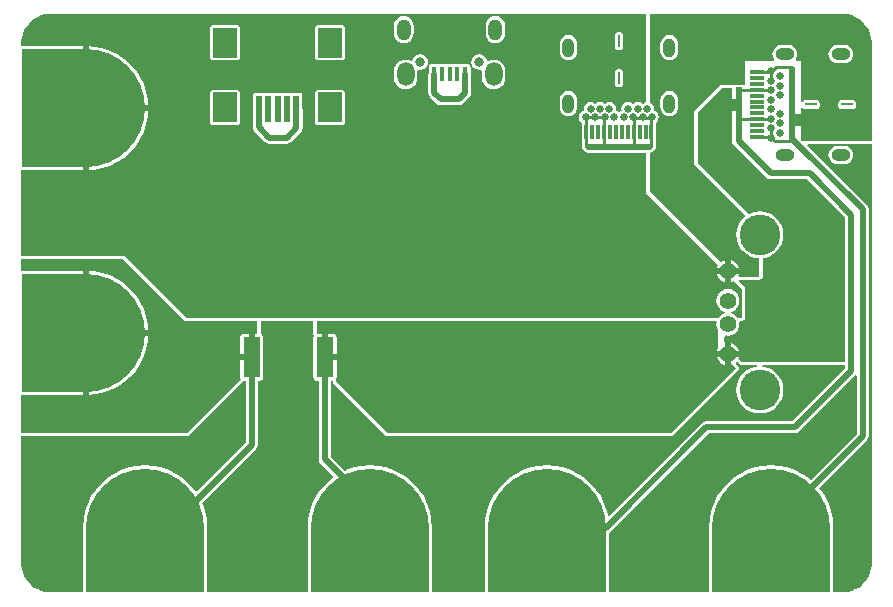
<source format=gtl>
G04 Layer_Physical_Order=1*
G04 Layer_Color=255*
%FSLAX25Y25*%
%MOIN*%
G70*
G01*
G75*
%ADD10R,0.05709X0.13583*%
%ADD11R,0.01181X0.04724*%
%ADD12R,0.00787X0.03937*%
%ADD13R,0.01772X0.05118*%
%ADD14R,0.01968X0.08858*%
%ADD15R,0.07874X0.09842*%
%ADD16R,0.04724X0.01181*%
%ADD17R,0.03937X0.00787*%
%ADD18C,0.01000*%
%ADD19C,0.01968*%
%ADD20C,0.02000*%
%ADD21C,0.03937*%
%ADD22R,0.01968X0.10551*%
%ADD23R,0.01968X0.24606*%
%ADD24R,0.39370X0.21654*%
%ADD25R,0.39370X0.21654*%
%ADD26R,0.39370X0.21654*%
%ADD27R,0.21654X0.39370*%
%ADD28C,0.05591*%
%ADD29C,0.13583*%
%ADD30C,0.39370*%
%ADD31C,0.02559*%
%ADD32O,0.03937X0.06299*%
%ADD33C,0.03150*%
%ADD34O,0.04528X0.07087*%
%ADD35O,0.05709X0.07874*%
%ADD36O,0.06299X0.03937*%
G36*
X216535Y154528D02*
X215551Y153543D01*
X194882D01*
X193898Y154528D01*
Y155512D01*
X216535D01*
Y154528D01*
D02*
G37*
G36*
X60303Y96720D02*
X60633Y96499D01*
X61024Y96421D01*
X84646D01*
Y92185D01*
X83740D01*
Y84374D01*
X82740D01*
Y83374D01*
X78866D01*
Y77583D01*
X78944Y77192D01*
X79031Y77062D01*
X61024Y59055D01*
X5944D01*
Y71815D01*
X26559D01*
Y92520D01*
Y113224D01*
X5944D01*
Y117091D01*
X39932D01*
X60303Y96720D01*
D02*
G37*
G36*
X281444Y198613D02*
X282686Y198280D01*
X283873Y197788D01*
X284986Y197146D01*
X286006Y196363D01*
X286914Y195455D01*
X287697Y194435D01*
X288339Y193322D01*
X288831Y192134D01*
X289164Y190893D01*
X289332Y189619D01*
Y188976D01*
Y156496D01*
X265748D01*
Y167492D01*
X266248Y167644D01*
X266366Y167468D01*
X266696Y167247D01*
X267087Y167169D01*
X271024D01*
X271414Y167247D01*
X271745Y167468D01*
X271966Y167799D01*
X272043Y168189D01*
Y168976D01*
X271966Y169367D01*
X271745Y169697D01*
X271414Y169918D01*
X271024Y169996D01*
X267087D01*
X266696Y169918D01*
X266366Y169697D01*
X266248Y169521D01*
X265748Y169673D01*
Y183071D01*
X264243D01*
X263997Y183571D01*
X264247Y183897D01*
X264546Y184619D01*
X264648Y185394D01*
X264546Y186169D01*
X264247Y186891D01*
X263771Y187511D01*
X263151Y187987D01*
X262428Y188286D01*
X261653Y188388D01*
X259291D01*
X258516Y188286D01*
X257794Y187987D01*
X257174Y187511D01*
X256698Y186891D01*
X256399Y186169D01*
X256297Y185394D01*
X256399Y184619D01*
X256698Y183897D01*
X256948Y183571D01*
X256702Y183071D01*
X247047D01*
Y175197D01*
X246241D01*
X246063Y175232D01*
X244094D01*
X243917Y175197D01*
X239173D01*
X230315Y166339D01*
Y148622D01*
X247229Y131708D01*
X247204Y131209D01*
X246562Y130682D01*
X245589Y129495D01*
X244865Y128142D01*
X244420Y126673D01*
X244269Y125146D01*
X244420Y123618D01*
X244865Y122150D01*
X245589Y120796D01*
X246562Y119610D01*
X247749Y118636D01*
X249102Y117913D01*
X250571Y117467D01*
X251969Y117329D01*
Y111221D01*
X245226Y111221D01*
X244948Y111636D01*
X245123Y112059D01*
X242429D01*
Y109365D01*
X243343Y109744D01*
X243490Y109856D01*
X246133Y107213D01*
X246063Y97441D01*
X244603D01*
X244136Y98049D01*
X243343Y98658D01*
X242466Y99021D01*
X242420Y99149D01*
Y99410D01*
X242466Y99538D01*
X243343Y99901D01*
X244136Y100510D01*
X244744Y101303D01*
X245127Y102226D01*
X245257Y103217D01*
X245127Y104207D01*
X244744Y105131D01*
X244136Y105923D01*
X243343Y106532D01*
X242420Y106914D01*
X241429Y107045D01*
X240438Y106914D01*
X239515Y106532D01*
X238722Y105923D01*
X238114Y105131D01*
X237732Y104207D01*
X237601Y103217D01*
X237732Y102226D01*
X238114Y101303D01*
X238722Y100510D01*
X239515Y99901D01*
X240392Y99538D01*
X240438Y99410D01*
Y99149D01*
X240392Y99021D01*
X239515Y98658D01*
X238722Y98049D01*
X238256Y97441D01*
X61024D01*
X40354Y118110D01*
X5944D01*
Y146618D01*
X26559D01*
Y167323D01*
Y188028D01*
X5944D01*
Y188976D01*
X5944Y189619D01*
X6112Y190893D01*
X6444Y192134D01*
X6936Y193322D01*
X7579Y194435D01*
X8361Y195455D01*
X9270Y196363D01*
X10289Y197146D01*
X11402Y197788D01*
X12590Y198280D01*
X13831Y198613D01*
X15105Y198780D01*
X214154D01*
X214154Y169374D01*
X213685Y169281D01*
X213000Y168823D01*
X212315Y169281D01*
X211425Y169458D01*
X210536Y169281D01*
X209850Y168823D01*
X209165Y169281D01*
X208276Y169458D01*
X207386Y169281D01*
X206632Y168777D01*
X206128Y168023D01*
X205951Y167134D01*
X206063Y166575D01*
X205811Y166525D01*
X205126Y166067D01*
X204441Y166525D01*
X204189Y166575D01*
X204301Y167134D01*
X204124Y168023D01*
X203620Y168777D01*
X202866Y169281D01*
X201976Y169458D01*
X201087Y169281D01*
X200402Y168823D01*
X199716Y169281D01*
X198827Y169458D01*
X197937Y169281D01*
X197252Y168823D01*
X196567Y169281D01*
X195677Y169458D01*
X194788Y169281D01*
X194034Y168777D01*
X193530Y168023D01*
X193353Y167134D01*
X193464Y166575D01*
X193213Y166525D01*
X192459Y166021D01*
X191955Y165267D01*
X191778Y164378D01*
X191955Y163488D01*
X192459Y162734D01*
X192770Y162527D01*
Y162214D01*
X192767Y162209D01*
X192689Y161819D01*
Y157095D01*
X192767Y156704D01*
X192770Y156700D01*
Y155110D01*
X192878Y154566D01*
Y154528D01*
X192956Y154137D01*
X193177Y153807D01*
X194161Y152822D01*
X194492Y152601D01*
X194882Y152524D01*
X214154D01*
Y139193D01*
X238227Y115120D01*
X238114Y114973D01*
X237735Y114059D01*
X240429D01*
Y116753D01*
X239515Y116374D01*
X239079Y116039D01*
X215354Y139764D01*
Y152524D01*
X215551D01*
X215941Y152601D01*
X216272Y152822D01*
X217256Y153807D01*
X217477Y154137D01*
X217555Y154528D01*
Y155512D01*
X217482Y155878D01*
Y156700D01*
X217485Y156704D01*
X217563Y157095D01*
Y161819D01*
X217485Y162209D01*
X217482Y162214D01*
Y162527D01*
X217793Y162734D01*
X218297Y163488D01*
X218474Y164378D01*
X218297Y165267D01*
X217793Y166021D01*
X217039Y166525D01*
X216788Y166575D01*
X216899Y167134D01*
X216722Y168023D01*
X216218Y168777D01*
X215464Y169281D01*
X215354Y169303D01*
X215354Y198780D01*
X280170D01*
X281444Y198613D01*
D02*
G37*
G36*
X242913Y155512D02*
X254724Y143701D01*
X267717Y143701D01*
X280512Y130905D01*
X280512Y82677D01*
X246063Y82677D01*
X244864Y83876D01*
X245123Y84500D01*
X242429D01*
Y81806D01*
X242831Y81972D01*
X244094Y80709D01*
X222441Y59055D01*
X127953D01*
X110738Y76269D01*
X110725Y76862D01*
X110946Y77192D01*
X111023Y77583D01*
Y83374D01*
X107150D01*
Y84374D01*
X106150D01*
Y92185D01*
X104331D01*
Y96421D01*
X237249D01*
X237677Y95921D01*
X237601Y95342D01*
X237732Y94352D01*
X238114Y93428D01*
X238189Y93331D01*
Y87512D01*
X238114Y87414D01*
X237735Y86500D01*
X240429D01*
Y89402D01*
X240179Y89581D01*
X240214Y91241D01*
X240722Y91608D01*
X241429Y91514D01*
X242420Y91645D01*
X243343Y92027D01*
X244136Y92636D01*
X244744Y93428D01*
X245127Y94352D01*
X245257Y95342D01*
X245181Y95921D01*
X245609Y96421D01*
X246063D01*
X246255Y96460D01*
X246446Y96496D01*
X246449Y96498D01*
X246453Y96499D01*
X246616Y96607D01*
X246779Y96715D01*
X246781Y96718D01*
X246784Y96720D01*
X246893Y96883D01*
X247002Y97044D01*
X247003Y97048D01*
X247005Y97051D01*
X247043Y97243D01*
X247082Y97434D01*
X247153Y107206D01*
X247152Y107209D01*
X247153Y107213D01*
X247115Y107405D01*
X247078Y107596D01*
X247076Y107599D01*
X247076Y107603D01*
X246967Y107765D01*
X246860Y107929D01*
X246856Y107931D01*
X246854Y107934D01*
X245068Y109721D01*
X245070Y109736D01*
X245171Y110037D01*
X245295Y110201D01*
X251969Y110201D01*
X252359Y110278D01*
X252690Y110500D01*
X252910Y110830D01*
X252988Y111221D01*
Y117329D01*
X253048Y117410D01*
X253626Y117467D01*
X255095Y117913D01*
X256448Y118636D01*
X257634Y119610D01*
X258608Y120796D01*
X259331Y122150D01*
X259777Y123618D01*
X259928Y125146D01*
X259777Y126673D01*
X259331Y128142D01*
X258608Y129495D01*
X257634Y130682D01*
X256448Y131655D01*
X255095Y132379D01*
X253626Y132824D01*
X252098Y132975D01*
X250571Y132824D01*
X249102Y132379D01*
X248661Y132143D01*
X248171Y132098D01*
X248074Y132243D01*
X247985Y132393D01*
X247964Y132408D01*
X247950Y132429D01*
X231334Y149044D01*
Y165916D01*
X239596Y174177D01*
X242913D01*
X242913Y155512D01*
D02*
G37*
G36*
X245342Y81956D02*
X245673Y81735D01*
X246063Y81658D01*
X251212D01*
X251237Y81158D01*
X250571Y81092D01*
X249102Y80647D01*
X247749Y79923D01*
X246562Y78949D01*
X245589Y77763D01*
X244865Y76409D01*
X244420Y74941D01*
X244269Y73413D01*
X244420Y71886D01*
X244865Y70417D01*
X245589Y69064D01*
X246562Y67877D01*
X247749Y66904D01*
X249102Y66180D01*
X250571Y65735D01*
X252098Y65584D01*
X253626Y65735D01*
X255095Y66180D01*
X256448Y66904D01*
X257634Y67877D01*
X258608Y69064D01*
X259331Y70417D01*
X259777Y71886D01*
X259928Y73413D01*
X259777Y74941D01*
X259331Y76409D01*
X258608Y77763D01*
X257634Y78949D01*
X256448Y79923D01*
X255095Y80647D01*
X253626Y81092D01*
X252960Y81158D01*
X252984Y81658D01*
X280457Y81658D01*
Y80562D01*
X262942Y63047D01*
X234252D01*
X233478Y62893D01*
X232821Y62454D01*
X201860Y31493D01*
X201381Y31638D01*
X201126Y32924D01*
X200254Y35492D01*
X199055Y37924D01*
X197548Y40178D01*
X195760Y42217D01*
X193722Y44005D01*
X191467Y45511D01*
X189035Y46711D01*
X186468Y47582D01*
X183808Y48111D01*
X181102Y48289D01*
X178397Y48111D01*
X175737Y47582D01*
X173170Y46711D01*
X170738Y45511D01*
X168483Y44005D01*
X166445Y42217D01*
X164657Y40178D01*
X163150Y37924D01*
X161951Y35492D01*
X161079Y32924D01*
X160550Y30265D01*
X160373Y27559D01*
X160398Y27181D01*
Y5944D01*
X142752D01*
Y27181D01*
X142777Y27559D01*
X142599Y30265D01*
X142070Y32924D01*
X141199Y35492D01*
X139999Y37924D01*
X138493Y40178D01*
X136705Y42217D01*
X134667Y44005D01*
X132412Y45511D01*
X129980Y46711D01*
X127412Y47582D01*
X124753Y48111D01*
X122047Y48289D01*
X119342Y48111D01*
X116682Y47582D01*
X114114Y46711D01*
X113791Y46551D01*
X109173Y51169D01*
Y76563D01*
X109712D01*
X109719Y76246D01*
X109760Y76063D01*
X109797Y75879D01*
X109803Y75869D01*
X109806Y75858D01*
X109913Y75704D01*
X110018Y75548D01*
X127232Y58334D01*
X127563Y58113D01*
X127953Y58035D01*
X222441D01*
X222831Y58113D01*
X223162Y58334D01*
X244815Y79988D01*
X245037Y80318D01*
X245114Y80709D01*
X245037Y81099D01*
X244815Y81430D01*
X244050Y82195D01*
X244126Y82683D01*
X244520Y82778D01*
X245342Y81956D01*
D02*
G37*
G36*
X289332Y15748D02*
Y15105D01*
X289164Y13831D01*
X288831Y12590D01*
X288339Y11402D01*
X287697Y10289D01*
X286914Y9270D01*
X286006Y8361D01*
X284986Y7579D01*
X283873Y6936D01*
X282686Y6444D01*
X281444Y6112D01*
X280170Y5944D01*
X279528Y5944D01*
X276610D01*
Y27181D01*
X276635Y27559D01*
X276458Y30265D01*
X275929Y32924D01*
X275057Y35492D01*
X273858Y37924D01*
X272351Y40178D01*
X271900Y40693D01*
X287848Y56640D01*
X288286Y57297D01*
X288440Y58071D01*
Y133591D01*
X288286Y134365D01*
X287848Y135021D01*
X267854Y155015D01*
X268046Y155476D01*
X289332D01*
Y15748D01*
D02*
G37*
G36*
X103311Y92185D02*
X103389Y91795D01*
X103451Y91702D01*
X103353Y91556D01*
X103276Y91165D01*
Y77583D01*
X103353Y77192D01*
X103574Y76862D01*
X103905Y76641D01*
X104295Y76563D01*
X105127D01*
Y50331D01*
X105280Y49556D01*
X105719Y48900D01*
X109861Y44759D01*
X109811Y44261D01*
X109428Y44005D01*
X107389Y42217D01*
X105602Y40178D01*
X104095Y37924D01*
X102896Y35492D01*
X102024Y32924D01*
X101495Y30265D01*
X101318Y27559D01*
X101343Y27180D01*
Y5944D01*
X67949D01*
Y27181D01*
X67974Y27559D01*
X67796Y30265D01*
X67267Y32924D01*
X66396Y35492D01*
X66236Y35816D01*
X84171Y53750D01*
X84609Y54407D01*
X84763Y55181D01*
Y76563D01*
X85594D01*
X85985Y76641D01*
X86315Y76862D01*
X86537Y77192D01*
X86614Y77583D01*
Y91165D01*
X86537Y91556D01*
X86315Y91886D01*
X85985Y92107D01*
X85663Y92171D01*
X85665Y92185D01*
Y96421D01*
X103311D01*
Y92185D01*
D02*
G37*
G36*
X283966Y78274D02*
X284394Y78117D01*
Y58909D01*
X269039Y43554D01*
X268525Y44005D01*
X266270Y45511D01*
X263838Y46711D01*
X261271Y47582D01*
X258611Y48111D01*
X255906Y48289D01*
X253200Y48111D01*
X250540Y47582D01*
X247973Y46711D01*
X245541Y45511D01*
X243286Y44005D01*
X241248Y42217D01*
X239460Y40178D01*
X237953Y37924D01*
X236754Y35492D01*
X235882Y32924D01*
X235353Y30265D01*
X235176Y27559D01*
X235201Y27181D01*
Y5944D01*
X201807D01*
Y25854D01*
X202218Y26129D01*
X235090Y59000D01*
X263779D01*
X264554Y59154D01*
X265210Y59593D01*
X283894Y78277D01*
X283966Y78274D01*
D02*
G37*
G36*
X80717Y56019D02*
X64444Y39746D01*
X63946Y39795D01*
X63690Y40178D01*
X61902Y42217D01*
X59863Y44005D01*
X57609Y45511D01*
X55177Y46711D01*
X52609Y47582D01*
X49950Y48111D01*
X47244Y48289D01*
X44538Y48111D01*
X41879Y47582D01*
X39311Y46711D01*
X36879Y45511D01*
X34625Y44005D01*
X32586Y42217D01*
X30798Y40178D01*
X29292Y37924D01*
X28093Y35492D01*
X27221Y32924D01*
X26692Y30265D01*
X26515Y27559D01*
X26539Y27181D01*
Y5944D01*
X15105D01*
X13831Y6112D01*
X12590Y6444D01*
X11403Y6936D01*
X10289Y7579D01*
X9270Y8361D01*
X8361Y9270D01*
X7579Y10289D01*
X6936Y11402D01*
X6444Y12590D01*
X6112Y13831D01*
X5944Y15105D01*
Y15748D01*
Y58035D01*
X61024D01*
X61414Y58113D01*
X61745Y58334D01*
X79752Y76341D01*
X79808Y76425D01*
X79879Y76496D01*
X79906Y76563D01*
X80717D01*
Y56019D01*
D02*
G37*
%LPC*%
G36*
X81740Y92185D02*
X79886D01*
X79496Y92107D01*
X79165Y91886D01*
X78944Y91556D01*
X78866Y91165D01*
Y85374D01*
X81740D01*
Y92185D01*
D02*
G37*
G36*
X48223Y91520D02*
X28559D01*
Y71856D01*
X30265Y71968D01*
X32924Y72497D01*
X35492Y73368D01*
X37924Y74568D01*
X40178Y76074D01*
X42217Y77862D01*
X44005Y79900D01*
X45511Y82155D01*
X46711Y84587D01*
X47582Y87155D01*
X48111Y89814D01*
X48223Y91520D01*
D02*
G37*
G36*
X28559Y113184D02*
Y93520D01*
X48223D01*
X48111Y95225D01*
X47582Y97885D01*
X46711Y100452D01*
X45511Y102884D01*
X44005Y105139D01*
X42217Y107178D01*
X40178Y108965D01*
X37924Y110472D01*
X35492Y111671D01*
X32924Y112543D01*
X30265Y113072D01*
X28559Y113184D01*
D02*
G37*
G36*
X240429Y112059D02*
X237735D01*
X238114Y111145D01*
X238722Y110352D01*
X239515Y109744D01*
X240429Y109365D01*
Y112059D01*
D02*
G37*
G36*
X48223Y166323D02*
X28559D01*
Y146659D01*
X30265Y146771D01*
X32924Y147300D01*
X35492Y148171D01*
X37924Y149371D01*
X40178Y150877D01*
X42217Y152665D01*
X44005Y154704D01*
X45511Y156958D01*
X46711Y159390D01*
X47582Y161958D01*
X48111Y164617D01*
X48223Y166323D01*
D02*
G37*
G36*
X242429Y116753D02*
Y114059D01*
X245123D01*
X244744Y114973D01*
X244136Y115766D01*
X243343Y116374D01*
X242429Y116753D01*
D02*
G37*
G36*
X77756Y173531D02*
X69882D01*
X69492Y173454D01*
X69161Y173233D01*
X68940Y172902D01*
X68862Y172512D01*
Y162669D01*
X68940Y162279D01*
X69161Y161948D01*
X69492Y161727D01*
X69882Y161650D01*
X77756D01*
X78146Y161727D01*
X78477Y161948D01*
X78698Y162279D01*
X78776Y162669D01*
Y172512D01*
X78698Y172902D01*
X78477Y173233D01*
X78146Y173454D01*
X77756Y173531D01*
D02*
G37*
G36*
Y195185D02*
X69882D01*
X69492Y195107D01*
X69161Y194886D01*
X68940Y194555D01*
X68862Y194165D01*
Y184323D01*
X68940Y183933D01*
X69161Y183602D01*
X69492Y183381D01*
X69882Y183303D01*
X77756D01*
X78146Y183381D01*
X78477Y183602D01*
X78698Y183933D01*
X78776Y184323D01*
Y194165D01*
X78698Y194555D01*
X78477Y194886D01*
X78146Y195107D01*
X77756Y195185D01*
D02*
G37*
G36*
X112795D02*
X104921D01*
X104531Y195107D01*
X104200Y194886D01*
X103979Y194555D01*
X103902Y194165D01*
Y184323D01*
X103979Y183933D01*
X104200Y183602D01*
X104531Y183381D01*
X104921Y183303D01*
X112795D01*
X113186Y183381D01*
X113516Y183602D01*
X113737Y183933D01*
X113815Y184323D01*
Y194165D01*
X113737Y194555D01*
X113516Y194886D01*
X113186Y195107D01*
X112795Y195185D01*
D02*
G37*
G36*
X280276Y188388D02*
X277913D01*
X277138Y188286D01*
X276416Y187987D01*
X275796Y187511D01*
X275320Y186891D01*
X275021Y186169D01*
X274919Y185394D01*
X275021Y184619D01*
X275320Y183897D01*
X275796Y183276D01*
X276416Y182801D01*
X277138Y182502D01*
X277913Y182400D01*
X280276D01*
X281050Y182502D01*
X281773Y182801D01*
X282393Y183276D01*
X282869Y183897D01*
X283168Y184619D01*
X283270Y185394D01*
X283168Y186169D01*
X282869Y186891D01*
X282393Y187511D01*
X281773Y187987D01*
X281050Y188286D01*
X280276Y188388D01*
D02*
G37*
G36*
X138858Y185361D02*
X138760Y185342D01*
X138659D01*
X138045Y185220D01*
X137677Y185067D01*
X137156Y184719D01*
X137156Y184719D01*
X136875Y184438D01*
X136875Y184438D01*
X136527Y183917D01*
X136375Y183550D01*
X136345Y183401D01*
X136260Y183320D01*
X135782Y183133D01*
X135042Y183440D01*
X134035Y183573D01*
X133029Y183440D01*
X132092Y183052D01*
X131287Y182434D01*
X130669Y181629D01*
X130280Y180691D01*
X130148Y179685D01*
Y177520D01*
X130280Y176514D01*
X130669Y175576D01*
X131287Y174771D01*
X132092Y174153D01*
X133029Y173765D01*
X134035Y173632D01*
X135042Y173765D01*
X135979Y174153D01*
X136784Y174771D01*
X137402Y175576D01*
X137791Y176514D01*
X137923Y177520D01*
Y179685D01*
X137909Y179788D01*
X138361Y180190D01*
X138659Y180131D01*
X138760D01*
X138858Y180111D01*
X138957Y180131D01*
X139057D01*
X139672Y180253D01*
X140039Y180405D01*
X140560Y180753D01*
X140560Y180753D01*
X140841Y181034D01*
X140841Y181034D01*
X141190Y181555D01*
X141342Y181923D01*
X141464Y182537D01*
Y182935D01*
X141342Y183550D01*
X141190Y183917D01*
X140841Y184438D01*
X140841Y184438D01*
X140560Y184719D01*
X140560Y184719D01*
X140039Y185067D01*
X139672Y185220D01*
X139057Y185342D01*
X138957D01*
X138858Y185361D01*
D02*
G37*
G36*
X188315Y191703D02*
X187540Y191601D01*
X186818Y191302D01*
X186198Y190826D01*
X185722Y190206D01*
X185423Y189484D01*
X185321Y188709D01*
Y186346D01*
X185423Y185572D01*
X185722Y184849D01*
X186198Y184229D01*
X186818Y183754D01*
X187540Y183454D01*
X188315Y183352D01*
X189090Y183454D01*
X189812Y183754D01*
X190432Y184229D01*
X190908Y184849D01*
X191207Y185572D01*
X191309Y186346D01*
Y188709D01*
X191207Y189484D01*
X190908Y190206D01*
X190432Y190826D01*
X189812Y191302D01*
X189090Y191601D01*
X188315Y191703D01*
D02*
G37*
G36*
X133445Y198134D02*
X132593Y198022D01*
X131799Y197693D01*
X131117Y197170D01*
X130594Y196488D01*
X130265Y195694D01*
X130153Y194843D01*
Y192283D01*
X130265Y191431D01*
X130594Y190638D01*
X131117Y189956D01*
X131799Y189433D01*
X132593Y189104D01*
X133445Y188991D01*
X134297Y189104D01*
X135091Y189433D01*
X135773Y189956D01*
X136296Y190638D01*
X136625Y191431D01*
X136737Y192283D01*
Y194843D01*
X136625Y195694D01*
X136296Y196488D01*
X135773Y197170D01*
X135091Y197693D01*
X134297Y198022D01*
X133445Y198134D01*
D02*
G37*
G36*
X163957D02*
X163105Y198022D01*
X162311Y197693D01*
X161629Y197170D01*
X161106Y196488D01*
X160777Y195694D01*
X160665Y194843D01*
Y192283D01*
X160777Y191431D01*
X161106Y190638D01*
X161629Y189956D01*
X162311Y189433D01*
X163105Y189104D01*
X163957Y188991D01*
X164809Y189104D01*
X165603Y189433D01*
X166284Y189956D01*
X166808Y190638D01*
X167137Y191431D01*
X167249Y192283D01*
Y194843D01*
X167137Y195694D01*
X166808Y196488D01*
X166284Y197170D01*
X165603Y197693D01*
X164809Y198022D01*
X163957Y198134D01*
D02*
G37*
G36*
X221937Y191703D02*
X221162Y191601D01*
X220440Y191302D01*
X219820Y190826D01*
X219344Y190206D01*
X219045Y189484D01*
X218943Y188709D01*
Y186346D01*
X219045Y185572D01*
X219344Y184849D01*
X219820Y184229D01*
X220440Y183754D01*
X221162Y183454D01*
X221937Y183352D01*
X222712Y183454D01*
X223434Y183754D01*
X224054Y184229D01*
X224530Y184849D01*
X224829Y185572D01*
X224931Y186346D01*
Y188709D01*
X224829Y189484D01*
X224530Y190206D01*
X224054Y190826D01*
X223434Y191302D01*
X222712Y191601D01*
X221937Y191703D01*
D02*
G37*
G36*
X205520Y192681D02*
X204732D01*
X204342Y192603D01*
X204011Y192382D01*
X203790Y192052D01*
X203713Y191661D01*
Y187724D01*
X203790Y187334D01*
X204011Y187004D01*
X204342Y186782D01*
X204732Y186705D01*
X205520D01*
X205910Y186782D01*
X206241Y187004D01*
X206462Y187334D01*
X206539Y187724D01*
Y191661D01*
X206462Y192052D01*
X206241Y192382D01*
X205910Y192603D01*
X205520Y192681D01*
D02*
G37*
G36*
X221937Y173081D02*
X221162Y172979D01*
X220440Y172680D01*
X219820Y172204D01*
X219344Y171584D01*
X219045Y170862D01*
X218943Y170087D01*
Y167724D01*
X219045Y166949D01*
X219344Y166227D01*
X219820Y165607D01*
X220440Y165131D01*
X221162Y164832D01*
X221937Y164730D01*
X222712Y164832D01*
X223434Y165131D01*
X224054Y165607D01*
X224530Y166227D01*
X224829Y166949D01*
X224931Y167724D01*
Y170087D01*
X224829Y170862D01*
X224530Y171584D01*
X224054Y172204D01*
X223434Y172680D01*
X222712Y172979D01*
X221937Y173081D01*
D02*
G37*
G36*
X283228Y169996D02*
X279291D01*
X278901Y169918D01*
X278570Y169697D01*
X278349Y169367D01*
X278272Y168976D01*
Y168189D01*
X278349Y167799D01*
X278570Y167468D01*
X278901Y167247D01*
X279291Y167169D01*
X283228D01*
X283618Y167247D01*
X283949Y167468D01*
X284170Y167799D01*
X284248Y168189D01*
Y168976D01*
X284170Y169367D01*
X283949Y169697D01*
X283618Y169918D01*
X283228Y169996D01*
D02*
G37*
G36*
X112795Y173531D02*
X104921D01*
X104531Y173454D01*
X104200Y173233D01*
X103979Y172902D01*
X103902Y172512D01*
Y162669D01*
X103979Y162279D01*
X104200Y161948D01*
X104531Y161727D01*
X104921Y161650D01*
X112795D01*
X113186Y161727D01*
X113516Y161948D01*
X113737Y162279D01*
X113815Y162669D01*
Y172512D01*
X113737Y172902D01*
X113516Y173233D01*
X113186Y173454D01*
X112795Y173531D01*
D02*
G37*
G36*
X188315Y173081D02*
X187540Y172979D01*
X186818Y172680D01*
X186198Y172204D01*
X185722Y171584D01*
X185423Y170862D01*
X185321Y170087D01*
Y167724D01*
X185423Y166949D01*
X185722Y166227D01*
X186198Y165607D01*
X186818Y165131D01*
X187540Y164832D01*
X188315Y164730D01*
X189090Y164832D01*
X189812Y165131D01*
X190432Y165607D01*
X190908Y166227D01*
X191207Y166949D01*
X191309Y167724D01*
Y170087D01*
X191207Y170862D01*
X190908Y171584D01*
X190432Y172204D01*
X189812Y172680D01*
X189090Y172979D01*
X188315Y173081D01*
D02*
G37*
G36*
X28559Y187987D02*
Y168323D01*
X48223D01*
X48111Y170029D01*
X47582Y172688D01*
X46711Y175256D01*
X45511Y177688D01*
X44005Y179942D01*
X42217Y181981D01*
X40178Y183769D01*
X37924Y185275D01*
X35492Y186474D01*
X32924Y187346D01*
X30265Y187875D01*
X28559Y187987D01*
D02*
G37*
G36*
X205520Y180476D02*
X204732D01*
X204342Y180399D01*
X204011Y180178D01*
X203790Y179847D01*
X203713Y179457D01*
Y175520D01*
X203790Y175129D01*
X204011Y174799D01*
X204342Y174578D01*
X204732Y174500D01*
X205520D01*
X205910Y174578D01*
X206241Y174799D01*
X206462Y175129D01*
X206539Y175520D01*
Y179457D01*
X206462Y179847D01*
X206241Y180178D01*
X205910Y180399D01*
X205520Y180476D01*
D02*
G37*
G36*
X154705Y182181D02*
X152933D01*
X152543Y182103D01*
X152539Y182101D01*
X152536Y182103D01*
X152146Y182181D01*
X150374D01*
X149984Y182103D01*
X149980Y182101D01*
X149977Y182103D01*
X149587Y182181D01*
X147815D01*
X147425Y182103D01*
X147421Y182101D01*
X147418Y182103D01*
X147028Y182181D01*
X145256D01*
X144866Y182103D01*
X144862Y182101D01*
X144859Y182103D01*
X144468Y182181D01*
X142697D01*
X142307Y182103D01*
X141976Y181882D01*
X141755Y181552D01*
X141677Y181161D01*
Y179194D01*
X141560Y178602D01*
Y172362D01*
X141714Y171588D01*
X142152Y170932D01*
X144239Y168845D01*
X144895Y168406D01*
X145669Y168253D01*
X151666D01*
X152441Y168406D01*
X153097Y168845D01*
X155250Y170998D01*
X155688Y171654D01*
X155842Y172428D01*
Y178602D01*
X155724Y179194D01*
Y181161D01*
X155647Y181552D01*
X155426Y181882D01*
X155095Y182103D01*
X154705Y182181D01*
D02*
G37*
G36*
X98622Y172547D02*
X96653D01*
X96263Y172470D01*
X96063Y172336D01*
X95863Y172470D01*
X95473Y172547D01*
X93504D01*
X93114Y172470D01*
X92913Y172336D01*
X92713Y172470D01*
X92323Y172547D01*
X90354D01*
X89964Y172470D01*
X89764Y172336D01*
X89563Y172470D01*
X89173Y172547D01*
X87205D01*
X86814Y172470D01*
X86614Y172336D01*
X86414Y172470D01*
X86024Y172547D01*
X84055D01*
X83665Y172470D01*
X83334Y172248D01*
X83113Y171918D01*
X83035Y171528D01*
Y167195D01*
X83016Y167098D01*
Y161024D01*
X83170Y160249D01*
X83609Y159593D01*
X87152Y156050D01*
X87809Y155611D01*
X88583Y155457D01*
X94488D01*
X95262Y155611D01*
X95919Y156050D01*
X99068Y159199D01*
X99507Y159856D01*
X99661Y160630D01*
Y167098D01*
X99642Y167195D01*
Y171528D01*
X99564Y171918D01*
X99343Y172248D01*
X99012Y172470D01*
X98622Y172547D01*
D02*
G37*
G36*
X158543Y185361D02*
X158445Y185342D01*
X158344D01*
X157730Y185220D01*
X157362Y185067D01*
X156842Y184719D01*
X156842Y184719D01*
X156560Y184438D01*
X156560Y184438D01*
X156212Y183917D01*
X156060Y183550D01*
X155938Y182935D01*
Y182537D01*
X156060Y181923D01*
X156212Y181555D01*
X156560Y181034D01*
X156560Y181034D01*
X156842Y180753D01*
X156842Y180753D01*
X157362Y180405D01*
X157730Y180253D01*
X158344Y180131D01*
X158445D01*
X158543Y180111D01*
X158642Y180131D01*
X158742D01*
X159041Y180190D01*
X159492Y179788D01*
X159478Y179685D01*
Y177520D01*
X159611Y176514D01*
X159999Y175576D01*
X160617Y174771D01*
X161422Y174153D01*
X162360Y173765D01*
X163366Y173632D01*
X164372Y173765D01*
X165310Y174153D01*
X166115Y174771D01*
X166733Y175576D01*
X167121Y176514D01*
X167254Y177520D01*
Y179685D01*
X167121Y180691D01*
X166733Y181629D01*
X166115Y182434D01*
X165310Y183052D01*
X164372Y183440D01*
X163366Y183573D01*
X162360Y183440D01*
X161619Y183133D01*
X161141Y183320D01*
X161056Y183401D01*
X161027Y183550D01*
X160874Y183917D01*
X160526Y184438D01*
X160526Y184438D01*
X160245Y184719D01*
X160245Y184719D01*
X159724Y185067D01*
X159357Y185220D01*
X158742Y185342D01*
X158642D01*
X158543Y185361D01*
D02*
G37*
G36*
X240429Y84500D02*
X237735D01*
X238114Y83586D01*
X238722Y82793D01*
X239515Y82185D01*
X240429Y81806D01*
Y84500D01*
D02*
G37*
G36*
X242429Y89194D02*
Y86500D01*
X245123D01*
X244744Y87414D01*
X244136Y88207D01*
X243343Y88815D01*
X242429Y89194D01*
D02*
G37*
G36*
X110004Y92185D02*
X108150D01*
Y85374D01*
X111023D01*
Y91165D01*
X110946Y91556D01*
X110725Y91886D01*
X110394Y92107D01*
X110004Y92185D01*
D02*
G37*
G36*
X280276Y154766D02*
X277913D01*
X277138Y154664D01*
X276416Y154365D01*
X275796Y153889D01*
X275320Y153269D01*
X275021Y152547D01*
X274919Y151772D01*
X275021Y150997D01*
X275320Y150275D01*
X275796Y149654D01*
X276416Y149179D01*
X277138Y148880D01*
X277913Y148777D01*
X280276D01*
X281050Y148880D01*
X281773Y149179D01*
X282393Y149654D01*
X282869Y150275D01*
X283168Y150997D01*
X283270Y151772D01*
X283168Y152547D01*
X282869Y153269D01*
X282393Y153889D01*
X281773Y154365D01*
X281050Y154664D01*
X280276Y154766D01*
D02*
G37*
%LPD*%
D10*
X107150Y84374D02*
D03*
X82740D02*
D03*
D11*
X194299Y159457D02*
D03*
X196268D02*
D03*
X198236D02*
D03*
X200205D02*
D03*
X202173D02*
D03*
X204142D02*
D03*
X206110D02*
D03*
X208079D02*
D03*
X210047D02*
D03*
X212016D02*
D03*
X213984D02*
D03*
X215953D02*
D03*
D12*
X205126Y189693D02*
D03*
Y177488D02*
D03*
D13*
X146142Y178602D02*
D03*
X148701D02*
D03*
X151260D02*
D03*
X143583D02*
D03*
X153819D02*
D03*
D14*
X88189Y167098D02*
D03*
X91339D02*
D03*
X94488D02*
D03*
X85039D02*
D03*
X97638D02*
D03*
D15*
X108858Y167591D02*
D03*
Y189244D02*
D03*
X73819D02*
D03*
Y167591D02*
D03*
D16*
X251024Y179409D02*
D03*
Y177441D02*
D03*
Y175472D02*
D03*
Y173504D02*
D03*
Y171535D02*
D03*
Y169567D02*
D03*
Y167598D02*
D03*
Y165630D02*
D03*
Y163661D02*
D03*
Y161693D02*
D03*
Y159724D02*
D03*
Y157756D02*
D03*
D17*
X281260Y168583D02*
D03*
X269055D02*
D03*
D18*
X255945Y179409D02*
X257638Y181102D01*
X251024Y179409D02*
X255945D01*
X245079Y163661D02*
X251024D01*
X245079Y173504D02*
X251024D01*
X257008Y156496D02*
X263512D01*
X255945Y157559D02*
X257008Y156496D01*
X257638Y181102D02*
X262795D01*
X215953Y154929D02*
Y159457D01*
X210047Y154929D02*
Y159457D01*
X200205Y155110D02*
Y159457D01*
X194299Y155110D02*
X194882Y154528D01*
X194299Y155110D02*
Y159457D01*
X200205Y164181D02*
X200402Y164378D01*
X200205Y159457D02*
Y164181D01*
X197252Y164378D02*
X200402D01*
X194102D02*
X197252D01*
X194299Y159457D02*
Y164181D01*
X210047Y159457D02*
Y164181D01*
X215953Y159457D02*
Y164181D01*
X194102Y164378D02*
X194299Y164181D01*
X255945Y179409D02*
Y179606D01*
Y176457D02*
Y179409D01*
Y157559D02*
Y160709D01*
X251024Y157756D02*
X255748D01*
X251024Y173504D02*
X255748D01*
X251024Y163661D02*
X255748D01*
Y157756D02*
X255945Y157559D01*
X255748Y163661D02*
X255945Y163858D01*
X255748Y173504D02*
X255945Y173307D01*
X210047Y164181D02*
X215953D01*
D19*
X245079Y167323D02*
Y169291D01*
Y163661D02*
Y167323D01*
X268701Y145669D02*
X282480Y131890D01*
X255906Y145669D02*
X268701D01*
X245079Y156496D02*
X255906Y145669D01*
X245079Y156496D02*
Y163661D01*
X143583Y172362D02*
Y178602D01*
Y172362D02*
X145669Y170276D01*
X151666D01*
X153819Y172428D01*
Y178602D01*
X282480Y79724D02*
Y131890D01*
X263779Y61024D02*
X282480Y79724D01*
X263512Y156496D02*
X286417Y133591D01*
Y58071D02*
Y133591D01*
X255906Y27559D02*
X286417Y58071D01*
X262795Y157213D02*
X263512Y156496D01*
X107150Y50331D02*
Y84374D01*
X82740Y55181D02*
Y84374D01*
X234252Y61024D02*
X263779D01*
X200787Y27559D02*
X234252Y61024D01*
X181102Y27559D02*
X200787D01*
X107150Y50331D02*
X122047Y35433D01*
X55118Y27559D02*
X82740Y55181D01*
X88583Y157480D02*
X94488D01*
X85039Y161024D02*
X88583Y157480D01*
X85039Y161024D02*
Y167098D01*
X94488Y157480D02*
X97638Y160630D01*
Y167098D01*
D20*
X241417Y167323D02*
X245079D01*
X241417Y169291D02*
X245079D01*
X263071Y164370D02*
X266732D01*
X263071Y162402D02*
X266732D01*
D21*
X27559Y92520D02*
X31224Y96185D01*
D22*
X245079Y168937D02*
D03*
D23*
X262795Y168799D02*
D03*
D24*
X47244Y16732D02*
D03*
D25*
X122047D02*
D03*
X255906D02*
D03*
D26*
X181102Y16732D02*
D03*
D27*
X16732Y92520D02*
D03*
Y167323D02*
D03*
D28*
X241429Y103217D02*
D03*
Y95342D02*
D03*
Y113059D02*
D03*
Y85500D02*
D03*
D29*
X252098Y73413D02*
D03*
Y125146D02*
D03*
D30*
X47244Y27559D02*
D03*
X255906D02*
D03*
X181102D02*
D03*
X122047D02*
D03*
X27559Y92520D02*
D03*
X27559Y167323D02*
D03*
D31*
X206701Y164378D02*
D03*
X203551D02*
D03*
X209850D02*
D03*
X200402D02*
D03*
X213000D02*
D03*
X197252D02*
D03*
X216150D02*
D03*
X194102D02*
D03*
X208276Y167134D02*
D03*
X201976D02*
D03*
X211425D02*
D03*
X198827D02*
D03*
X214575D02*
D03*
X195677D02*
D03*
X255945Y167008D02*
D03*
Y170158D02*
D03*
Y163858D02*
D03*
Y173307D02*
D03*
Y160709D02*
D03*
Y176457D02*
D03*
Y157559D02*
D03*
Y179606D02*
D03*
X258701Y165433D02*
D03*
Y171732D02*
D03*
Y162284D02*
D03*
Y174882D02*
D03*
Y159134D02*
D03*
Y178032D02*
D03*
D32*
X188315Y168905D02*
D03*
X221937D02*
D03*
X188315Y187528D02*
D03*
X221937D02*
D03*
D33*
X138858Y182736D02*
D03*
X158543D02*
D03*
D34*
X133445Y193563D02*
D03*
X163957D02*
D03*
D35*
X134035Y178602D02*
D03*
X163366D02*
D03*
D36*
X260472Y185394D02*
D03*
Y151772D02*
D03*
X279095Y185394D02*
D03*
Y151772D02*
D03*
M02*

</source>
